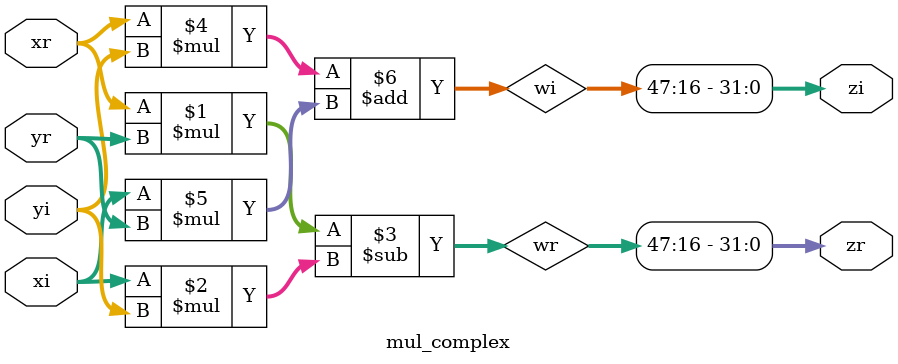
<source format=v>
module mul_complex(xr, xi, yr, yi, zr, zi);

input signed [32 - 1:0] xr, xi, yr, yi;

output signed[32 - 1:0] zr, zi;

wire signed [32 * 2 - 1:0] wr, wi;

assign wr = xr * yr - xi * yi;
assign wi = xr * yi + xi * yr;

assign zr = wr[32 + 15:16];
assign zi = wi[32 + 15:16];

endmodule

</source>
